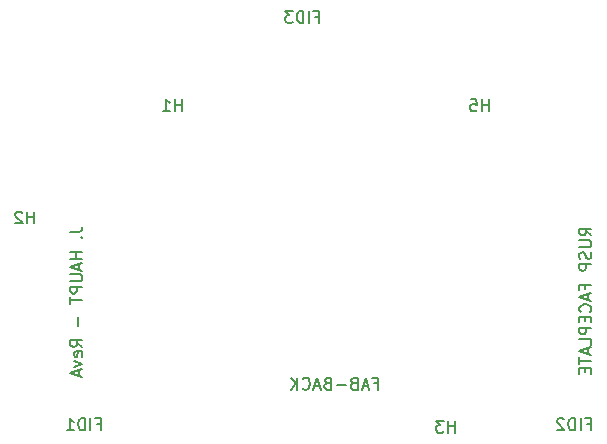
<source format=gbr>
G04 #@! TF.GenerationSoftware,KiCad,Pcbnew,6.0.2+dfsg-1*
G04 #@! TF.CreationDate,2022-08-12T21:34:54-04:00*
G04 #@! TF.ProjectId,RUSP_Faceplate,52555350-5f46-4616-9365-706c6174652e,rev?*
G04 #@! TF.SameCoordinates,Original*
G04 #@! TF.FileFunction,Legend,Bot*
G04 #@! TF.FilePolarity,Positive*
%FSLAX46Y46*%
G04 Gerber Fmt 4.6, Leading zero omitted, Abs format (unit mm)*
G04 Created by KiCad (PCBNEW 6.0.2+dfsg-1) date 2022-08-12 21:34:54*
%MOMM*%
%LPD*%
G01*
G04 APERTURE LIST*
%ADD10C,0.200000*%
%ADD11C,0.150000*%
G04 APERTURE END LIST*
D10*
X122144380Y-86827619D02*
X122858666Y-86827619D01*
X123001523Y-86780000D01*
X123096761Y-86684761D01*
X123144380Y-86541904D01*
X123144380Y-86446666D01*
X123049142Y-87303809D02*
X123096761Y-87351428D01*
X123144380Y-87303809D01*
X123096761Y-87256190D01*
X123049142Y-87303809D01*
X123144380Y-87303809D01*
X123144380Y-88541904D02*
X122144380Y-88541904D01*
X122620571Y-88541904D02*
X122620571Y-89113333D01*
X123144380Y-89113333D02*
X122144380Y-89113333D01*
X122858666Y-89541904D02*
X122858666Y-90018095D01*
X123144380Y-89446666D02*
X122144380Y-89780000D01*
X123144380Y-90113333D01*
X122144380Y-90446666D02*
X122953904Y-90446666D01*
X123049142Y-90494285D01*
X123096761Y-90541904D01*
X123144380Y-90637142D01*
X123144380Y-90827619D01*
X123096761Y-90922857D01*
X123049142Y-90970476D01*
X122953904Y-91018095D01*
X122144380Y-91018095D01*
X123144380Y-91494285D02*
X122144380Y-91494285D01*
X122144380Y-91875238D01*
X122192000Y-91970476D01*
X122239619Y-92018095D01*
X122334857Y-92065714D01*
X122477714Y-92065714D01*
X122572952Y-92018095D01*
X122620571Y-91970476D01*
X122668190Y-91875238D01*
X122668190Y-91494285D01*
X122144380Y-92351428D02*
X122144380Y-92922857D01*
X123144380Y-92637142D02*
X122144380Y-92637142D01*
X122763428Y-94018095D02*
X122763428Y-94780000D01*
X123144380Y-96589523D02*
X122668190Y-96256190D01*
X123144380Y-96018095D02*
X122144380Y-96018095D01*
X122144380Y-96399047D01*
X122192000Y-96494285D01*
X122239619Y-96541904D01*
X122334857Y-96589523D01*
X122477714Y-96589523D01*
X122572952Y-96541904D01*
X122620571Y-96494285D01*
X122668190Y-96399047D01*
X122668190Y-96018095D01*
X123096761Y-97399047D02*
X123144380Y-97303809D01*
X123144380Y-97113333D01*
X123096761Y-97018095D01*
X123001523Y-96970476D01*
X122620571Y-96970476D01*
X122525333Y-97018095D01*
X122477714Y-97113333D01*
X122477714Y-97303809D01*
X122525333Y-97399047D01*
X122620571Y-97446666D01*
X122715809Y-97446666D01*
X122811047Y-96970476D01*
X122477714Y-97780000D02*
X123144380Y-98018095D01*
X122477714Y-98256190D01*
X122858666Y-98589523D02*
X122858666Y-99065714D01*
X123144380Y-98494285D02*
X122144380Y-98827619D01*
X123144380Y-99160952D01*
X166244380Y-87132380D02*
X165768190Y-86799047D01*
X166244380Y-86560952D02*
X165244380Y-86560952D01*
X165244380Y-86941904D01*
X165292000Y-87037142D01*
X165339619Y-87084761D01*
X165434857Y-87132380D01*
X165577714Y-87132380D01*
X165672952Y-87084761D01*
X165720571Y-87037142D01*
X165768190Y-86941904D01*
X165768190Y-86560952D01*
X165244380Y-87560952D02*
X166053904Y-87560952D01*
X166149142Y-87608571D01*
X166196761Y-87656190D01*
X166244380Y-87751428D01*
X166244380Y-87941904D01*
X166196761Y-88037142D01*
X166149142Y-88084761D01*
X166053904Y-88132380D01*
X165244380Y-88132380D01*
X166196761Y-88560952D02*
X166244380Y-88703809D01*
X166244380Y-88941904D01*
X166196761Y-89037142D01*
X166149142Y-89084761D01*
X166053904Y-89132380D01*
X165958666Y-89132380D01*
X165863428Y-89084761D01*
X165815809Y-89037142D01*
X165768190Y-88941904D01*
X165720571Y-88751428D01*
X165672952Y-88656190D01*
X165625333Y-88608571D01*
X165530095Y-88560952D01*
X165434857Y-88560952D01*
X165339619Y-88608571D01*
X165292000Y-88656190D01*
X165244380Y-88751428D01*
X165244380Y-88989523D01*
X165292000Y-89132380D01*
X166244380Y-89560952D02*
X165244380Y-89560952D01*
X165244380Y-89941904D01*
X165292000Y-90037142D01*
X165339619Y-90084761D01*
X165434857Y-90132380D01*
X165577714Y-90132380D01*
X165672952Y-90084761D01*
X165720571Y-90037142D01*
X165768190Y-89941904D01*
X165768190Y-89560952D01*
X165720571Y-91656190D02*
X165720571Y-91322857D01*
X166244380Y-91322857D02*
X165244380Y-91322857D01*
X165244380Y-91799047D01*
X165958666Y-92132380D02*
X165958666Y-92608571D01*
X166244380Y-92037142D02*
X165244380Y-92370476D01*
X166244380Y-92703809D01*
X166149142Y-93608571D02*
X166196761Y-93560952D01*
X166244380Y-93418095D01*
X166244380Y-93322857D01*
X166196761Y-93180000D01*
X166101523Y-93084761D01*
X166006285Y-93037142D01*
X165815809Y-92989523D01*
X165672952Y-92989523D01*
X165482476Y-93037142D01*
X165387238Y-93084761D01*
X165292000Y-93180000D01*
X165244380Y-93322857D01*
X165244380Y-93418095D01*
X165292000Y-93560952D01*
X165339619Y-93608571D01*
X165720571Y-94037142D02*
X165720571Y-94370476D01*
X166244380Y-94513333D02*
X166244380Y-94037142D01*
X165244380Y-94037142D01*
X165244380Y-94513333D01*
X166244380Y-94941904D02*
X165244380Y-94941904D01*
X165244380Y-95322857D01*
X165292000Y-95418095D01*
X165339619Y-95465714D01*
X165434857Y-95513333D01*
X165577714Y-95513333D01*
X165672952Y-95465714D01*
X165720571Y-95418095D01*
X165768190Y-95322857D01*
X165768190Y-94941904D01*
X166244380Y-96418095D02*
X166244380Y-95941904D01*
X165244380Y-95941904D01*
X165958666Y-96703809D02*
X165958666Y-97180000D01*
X166244380Y-96608571D02*
X165244380Y-96941904D01*
X166244380Y-97275238D01*
X165244380Y-97465714D02*
X165244380Y-98037142D01*
X166244380Y-97751428D02*
X165244380Y-97751428D01*
X165720571Y-98370476D02*
X165720571Y-98703809D01*
X166244380Y-98846666D02*
X166244380Y-98370476D01*
X165244380Y-98370476D01*
X165244380Y-98846666D01*
D11*
X147845333Y-99668571D02*
X148178666Y-99668571D01*
X148178666Y-100192380D02*
X148178666Y-99192380D01*
X147702476Y-99192380D01*
X147369142Y-99906666D02*
X146892952Y-99906666D01*
X147464380Y-100192380D02*
X147131047Y-99192380D01*
X146797714Y-100192380D01*
X146131047Y-99668571D02*
X145988190Y-99716190D01*
X145940571Y-99763809D01*
X145892952Y-99859047D01*
X145892952Y-100001904D01*
X145940571Y-100097142D01*
X145988190Y-100144761D01*
X146083428Y-100192380D01*
X146464380Y-100192380D01*
X146464380Y-99192380D01*
X146131047Y-99192380D01*
X146035809Y-99240000D01*
X145988190Y-99287619D01*
X145940571Y-99382857D01*
X145940571Y-99478095D01*
X145988190Y-99573333D01*
X146035809Y-99620952D01*
X146131047Y-99668571D01*
X146464380Y-99668571D01*
X145464380Y-99811428D02*
X144702476Y-99811428D01*
X143892952Y-99668571D02*
X143750095Y-99716190D01*
X143702476Y-99763809D01*
X143654857Y-99859047D01*
X143654857Y-100001904D01*
X143702476Y-100097142D01*
X143750095Y-100144761D01*
X143845333Y-100192380D01*
X144226285Y-100192380D01*
X144226285Y-99192380D01*
X143892952Y-99192380D01*
X143797714Y-99240000D01*
X143750095Y-99287619D01*
X143702476Y-99382857D01*
X143702476Y-99478095D01*
X143750095Y-99573333D01*
X143797714Y-99620952D01*
X143892952Y-99668571D01*
X144226285Y-99668571D01*
X143273904Y-99906666D02*
X142797714Y-99906666D01*
X143369142Y-100192380D02*
X143035809Y-99192380D01*
X142702476Y-100192380D01*
X141797714Y-100097142D02*
X141845333Y-100144761D01*
X141988190Y-100192380D01*
X142083428Y-100192380D01*
X142226285Y-100144761D01*
X142321523Y-100049523D01*
X142369142Y-99954285D01*
X142416761Y-99763809D01*
X142416761Y-99620952D01*
X142369142Y-99430476D01*
X142321523Y-99335238D01*
X142226285Y-99240000D01*
X142083428Y-99192380D01*
X141988190Y-99192380D01*
X141845333Y-99240000D01*
X141797714Y-99287619D01*
X141369142Y-100192380D02*
X141369142Y-99192380D01*
X140797714Y-100192380D02*
X141226285Y-99620952D01*
X140797714Y-99192380D02*
X141369142Y-99763809D01*
G04 #@! TO.C,H2*
X119053904Y-86132380D02*
X119053904Y-85132380D01*
X119053904Y-85608571D02*
X118482476Y-85608571D01*
X118482476Y-86132380D02*
X118482476Y-85132380D01*
X118053904Y-85227619D02*
X118006285Y-85180000D01*
X117911047Y-85132380D01*
X117672952Y-85132380D01*
X117577714Y-85180000D01*
X117530095Y-85227619D01*
X117482476Y-85322857D01*
X117482476Y-85418095D01*
X117530095Y-85560952D01*
X118101523Y-86132380D01*
X117482476Y-86132380D01*
G04 #@! TO.C,H1*
X131553904Y-76632380D02*
X131553904Y-75632380D01*
X131553904Y-76108571D02*
X130982476Y-76108571D01*
X130982476Y-76632380D02*
X130982476Y-75632380D01*
X129982476Y-76632380D02*
X130553904Y-76632380D01*
X130268190Y-76632380D02*
X130268190Y-75632380D01*
X130363428Y-75775238D01*
X130458666Y-75870476D01*
X130553904Y-75918095D01*
G04 #@! TO.C,FID3*
X142863428Y-68608571D02*
X143196761Y-68608571D01*
X143196761Y-69132380D02*
X143196761Y-68132380D01*
X142720571Y-68132380D01*
X142339619Y-69132380D02*
X142339619Y-68132380D01*
X141863428Y-69132380D02*
X141863428Y-68132380D01*
X141625333Y-68132380D01*
X141482476Y-68180000D01*
X141387238Y-68275238D01*
X141339619Y-68370476D01*
X141292000Y-68560952D01*
X141292000Y-68703809D01*
X141339619Y-68894285D01*
X141387238Y-68989523D01*
X141482476Y-69084761D01*
X141625333Y-69132380D01*
X141863428Y-69132380D01*
X140958666Y-68132380D02*
X140339619Y-68132380D01*
X140672952Y-68513333D01*
X140530095Y-68513333D01*
X140434857Y-68560952D01*
X140387238Y-68608571D01*
X140339619Y-68703809D01*
X140339619Y-68941904D01*
X140387238Y-69037142D01*
X140434857Y-69084761D01*
X140530095Y-69132380D01*
X140815809Y-69132380D01*
X140911047Y-69084761D01*
X140958666Y-69037142D01*
G04 #@! TO.C,H3*
X154685904Y-103830380D02*
X154685904Y-102830380D01*
X154685904Y-103306571D02*
X154114476Y-103306571D01*
X154114476Y-103830380D02*
X154114476Y-102830380D01*
X153733523Y-102830380D02*
X153114476Y-102830380D01*
X153447809Y-103211333D01*
X153304952Y-103211333D01*
X153209714Y-103258952D01*
X153162095Y-103306571D01*
X153114476Y-103401809D01*
X153114476Y-103639904D01*
X153162095Y-103735142D01*
X153209714Y-103782761D01*
X153304952Y-103830380D01*
X153590666Y-103830380D01*
X153685904Y-103782761D01*
X153733523Y-103735142D01*
G04 #@! TO.C,H5*
X157553904Y-76632380D02*
X157553904Y-75632380D01*
X157553904Y-76108571D02*
X156982476Y-76108571D01*
X156982476Y-76632380D02*
X156982476Y-75632380D01*
X156030095Y-75632380D02*
X156506285Y-75632380D01*
X156553904Y-76108571D01*
X156506285Y-76060952D01*
X156411047Y-76013333D01*
X156172952Y-76013333D01*
X156077714Y-76060952D01*
X156030095Y-76108571D01*
X155982476Y-76203809D01*
X155982476Y-76441904D01*
X156030095Y-76537142D01*
X156077714Y-76584761D01*
X156172952Y-76632380D01*
X156411047Y-76632380D01*
X156506285Y-76584761D01*
X156553904Y-76537142D01*
G04 #@! TO.C,FID1*
X124363428Y-103108571D02*
X124696761Y-103108571D01*
X124696761Y-103632380D02*
X124696761Y-102632380D01*
X124220571Y-102632380D01*
X123839619Y-103632380D02*
X123839619Y-102632380D01*
X123363428Y-103632380D02*
X123363428Y-102632380D01*
X123125333Y-102632380D01*
X122982476Y-102680000D01*
X122887238Y-102775238D01*
X122839619Y-102870476D01*
X122792000Y-103060952D01*
X122792000Y-103203809D01*
X122839619Y-103394285D01*
X122887238Y-103489523D01*
X122982476Y-103584761D01*
X123125333Y-103632380D01*
X123363428Y-103632380D01*
X121839619Y-103632380D02*
X122411047Y-103632380D01*
X122125333Y-103632380D02*
X122125333Y-102632380D01*
X122220571Y-102775238D01*
X122315809Y-102870476D01*
X122411047Y-102918095D01*
G04 #@! TO.C,FID2*
X165863428Y-103108571D02*
X166196761Y-103108571D01*
X166196761Y-103632380D02*
X166196761Y-102632380D01*
X165720571Y-102632380D01*
X165339619Y-103632380D02*
X165339619Y-102632380D01*
X164863428Y-103632380D02*
X164863428Y-102632380D01*
X164625333Y-102632380D01*
X164482476Y-102680000D01*
X164387238Y-102775238D01*
X164339619Y-102870476D01*
X164292000Y-103060952D01*
X164292000Y-103203809D01*
X164339619Y-103394285D01*
X164387238Y-103489523D01*
X164482476Y-103584761D01*
X164625333Y-103632380D01*
X164863428Y-103632380D01*
X163911047Y-102727619D02*
X163863428Y-102680000D01*
X163768190Y-102632380D01*
X163530095Y-102632380D01*
X163434857Y-102680000D01*
X163387238Y-102727619D01*
X163339619Y-102822857D01*
X163339619Y-102918095D01*
X163387238Y-103060952D01*
X163958666Y-103632380D01*
X163339619Y-103632380D01*
G04 #@! TD*
M02*

</source>
